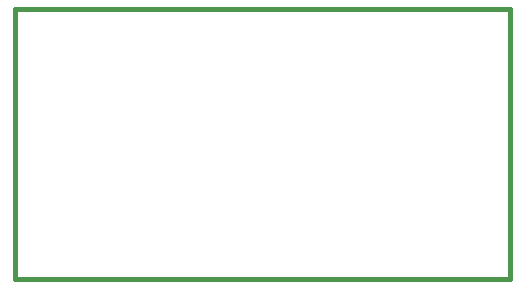
<source format=gbr>
G04 (created by PCBNEW (2013-05-16 BZR 4016)-stable) date 6/1/2013 11:24:41 AM*
%MOIN*%
G04 Gerber Fmt 3.4, Leading zero omitted, Abs format*
%FSLAX34Y34*%
G01*
G70*
G90*
G04 APERTURE LIST*
%ADD10C,0.00393701*%
%ADD11C,0.015*%
G04 APERTURE END LIST*
G54D10*
G54D11*
X49000Y-45000D02*
X49000Y-36000D01*
X65500Y-45000D02*
X49000Y-45000D01*
X65500Y-36000D02*
X65500Y-45000D01*
X49000Y-36000D02*
X65500Y-36000D01*
M02*

</source>
